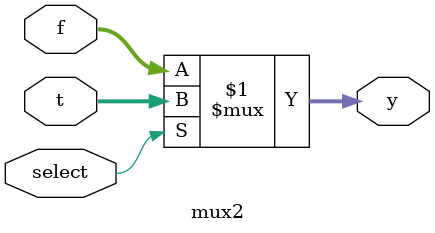
<source format=sv>
module mux2 #(parameter N = 32)(
    input   logic select,
    input   logic [N - 1:0] t, f,
    output  logic [N - 1:0] y);
    
    assign y = select ? t : f;
endmodule

</source>
